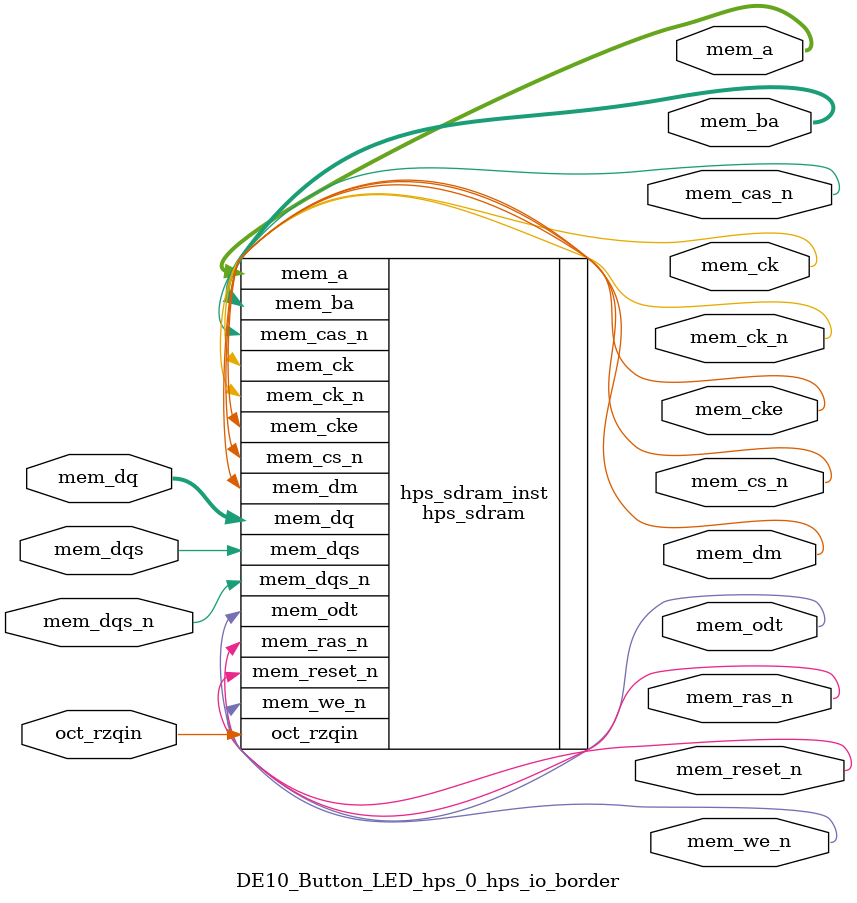
<source format=sv>


module DE10_Button_LED_hps_0_hps_io_border(
// memory
  output wire [13 - 1 : 0 ] mem_a
 ,output wire [3 - 1 : 0 ] mem_ba
 ,output wire [1 - 1 : 0 ] mem_ck
 ,output wire [1 - 1 : 0 ] mem_ck_n
 ,output wire [1 - 1 : 0 ] mem_cke
 ,output wire [1 - 1 : 0 ] mem_cs_n
 ,output wire [1 - 1 : 0 ] mem_ras_n
 ,output wire [1 - 1 : 0 ] mem_cas_n
 ,output wire [1 - 1 : 0 ] mem_we_n
 ,output wire [1 - 1 : 0 ] mem_reset_n
 ,inout wire [8 - 1 : 0 ] mem_dq
 ,inout wire [1 - 1 : 0 ] mem_dqs
 ,inout wire [1 - 1 : 0 ] mem_dqs_n
 ,output wire [1 - 1 : 0 ] mem_odt
 ,output wire [1 - 1 : 0 ] mem_dm
 ,input wire [1 - 1 : 0 ] oct_rzqin
);


hps_sdram hps_sdram_inst(
 .mem_dq({
    mem_dq[7:0] // 7:0
  })
,.mem_odt({
    mem_odt[0:0] // 0:0
  })
,.mem_ras_n({
    mem_ras_n[0:0] // 0:0
  })
,.mem_dqs_n({
    mem_dqs_n[0:0] // 0:0
  })
,.mem_dqs({
    mem_dqs[0:0] // 0:0
  })
,.mem_dm({
    mem_dm[0:0] // 0:0
  })
,.mem_we_n({
    mem_we_n[0:0] // 0:0
  })
,.mem_cas_n({
    mem_cas_n[0:0] // 0:0
  })
,.mem_ba({
    mem_ba[2:0] // 2:0
  })
,.mem_a({
    mem_a[12:0] // 12:0
  })
,.mem_cs_n({
    mem_cs_n[0:0] // 0:0
  })
,.mem_ck({
    mem_ck[0:0] // 0:0
  })
,.mem_cke({
    mem_cke[0:0] // 0:0
  })
,.oct_rzqin({
    oct_rzqin[0:0] // 0:0
  })
,.mem_reset_n({
    mem_reset_n[0:0] // 0:0
  })
,.mem_ck_n({
    mem_ck_n[0:0] // 0:0
  })
);

endmodule


</source>
